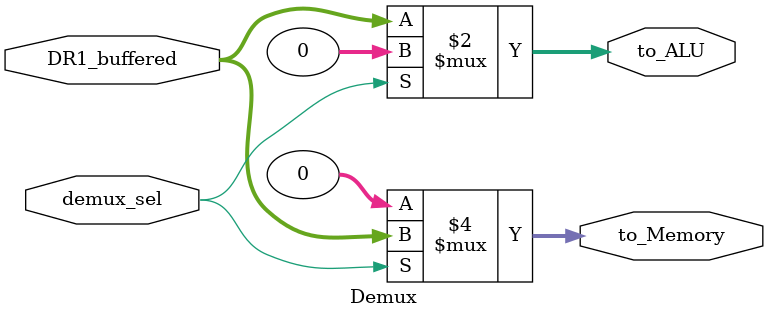
<source format=v>
module Demux (
    input wire demux_sel,
    input wire [31:0] DR1_buffered,
    output wire [31:0] to_ALU,
    output wire [31:0] to_Memory
);
    assign to_ALU = (demux_sel == 0) ? DR1_buffered : 32'b0;
    assign to_Memory = (demux_sel == 1) ? DR1_buffered : 32'b0;
endmodule

</source>
